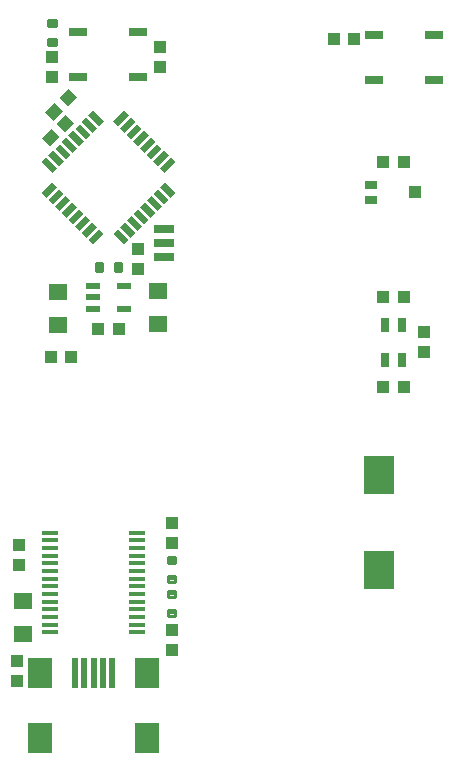
<source format=gtp>
G75*
G70*
%OFA0B0*%
%FSLAX24Y24*%
%IPPOS*%
%LPD*%
%AMOC8*
5,1,8,0,0,1.08239X$1,22.5*
%
%ADD10R,0.0394X0.0433*%
%ADD11R,0.0630X0.0551*%
%ADD12R,0.0433X0.0394*%
%ADD13C,0.0110*%
%ADD14R,0.0600X0.0300*%
%ADD15R,0.0472X0.0217*%
%ADD16R,0.0669X0.0276*%
%ADD17R,0.0500X0.0220*%
%ADD18R,0.0220X0.0500*%
%ADD19R,0.0197X0.0984*%
%ADD20R,0.0787X0.0984*%
%ADD21R,0.0550X0.0137*%
%ADD22R,0.0276X0.0472*%
%ADD23R,0.0984X0.1260*%
%ADD24R,0.0433X0.0315*%
D10*
X000750Y003178D03*
X000750Y003847D03*
X000810Y007028D03*
X000810Y007697D03*
X005910Y007778D03*
X005910Y008447D03*
X005910Y004867D03*
X005910Y004198D03*
X004790Y016918D03*
X004790Y017587D03*
X001940Y023308D03*
X001940Y023977D03*
X005540Y024297D03*
X005540Y023628D03*
X014310Y014797D03*
X014310Y014128D03*
D11*
X005460Y015062D03*
X005460Y016164D03*
X002130Y016144D03*
X002130Y015042D03*
X000970Y005834D03*
X000970Y004732D03*
D12*
X001885Y013983D03*
X002555Y013983D03*
X003475Y014913D03*
X004145Y014913D03*
G36*
X002178Y021309D02*
X001873Y021004D01*
X001594Y021283D01*
X001899Y021588D01*
X002178Y021309D01*
G37*
G36*
X002652Y021782D02*
X002347Y021477D01*
X002068Y021756D01*
X002373Y022061D01*
X002652Y021782D01*
G37*
G36*
X002753Y022637D02*
X002448Y022332D01*
X002169Y022611D01*
X002474Y022916D01*
X002753Y022637D01*
G37*
G36*
X002280Y022163D02*
X001975Y021858D01*
X001696Y022137D01*
X002001Y022442D01*
X002280Y022163D01*
G37*
X011335Y024583D03*
X012005Y024583D03*
X012975Y020463D03*
X013645Y020463D03*
X014042Y019467D03*
X013645Y015963D03*
X012975Y015963D03*
X012975Y012963D03*
X013645Y012963D03*
D13*
X006042Y007320D02*
X005778Y007320D01*
X006042Y007320D02*
X006042Y007116D01*
X005778Y007116D01*
X005778Y007320D01*
X005778Y007225D02*
X006042Y007225D01*
X006042Y006690D02*
X005778Y006690D01*
X006042Y006690D02*
X006042Y006486D01*
X005778Y006486D01*
X005778Y006690D01*
X005778Y006595D02*
X006042Y006595D01*
X006042Y005986D02*
X005778Y005986D01*
X005778Y006190D01*
X006042Y006190D01*
X006042Y005986D01*
X006042Y006095D02*
X005778Y006095D01*
X005778Y005356D02*
X006042Y005356D01*
X005778Y005356D02*
X005778Y005560D01*
X006042Y005560D01*
X006042Y005356D01*
X006042Y005465D02*
X005778Y005465D01*
X004217Y016831D02*
X004217Y017095D01*
X004217Y016831D02*
X004013Y016831D01*
X004013Y017095D01*
X004217Y017095D01*
X004217Y016940D02*
X004013Y016940D01*
X004013Y017049D02*
X004217Y017049D01*
X003587Y017095D02*
X003587Y016831D01*
X003383Y016831D01*
X003383Y017095D01*
X003587Y017095D01*
X003587Y016940D02*
X003383Y016940D01*
X003383Y017049D02*
X003587Y017049D01*
X002072Y024376D02*
X001808Y024376D01*
X001808Y024580D01*
X002072Y024580D01*
X002072Y024376D01*
X002072Y024485D02*
X001808Y024485D01*
X001808Y025006D02*
X002072Y025006D01*
X001808Y025006D02*
X001808Y025210D01*
X002072Y025210D01*
X002072Y025006D01*
X002072Y025115D02*
X001808Y025115D01*
D14*
X002800Y024813D03*
X002800Y023313D03*
X004800Y023313D03*
X004800Y024813D03*
X012670Y024713D03*
X012670Y023213D03*
X014670Y023213D03*
X014670Y024713D03*
D15*
X004322Y016337D03*
X004322Y015589D03*
X003298Y015589D03*
X003298Y015963D03*
X003298Y016337D03*
D16*
X005667Y017315D03*
X005667Y017787D03*
X005667Y018260D03*
D17*
G36*
X005018Y019133D02*
X005370Y018781D01*
X005214Y018625D01*
X004862Y018977D01*
X005018Y019133D01*
G37*
G36*
X005241Y019356D02*
X005593Y019004D01*
X005437Y018848D01*
X005085Y019200D01*
X005241Y019356D01*
G37*
G36*
X005464Y019579D02*
X005816Y019227D01*
X005660Y019071D01*
X005308Y019423D01*
X005464Y019579D01*
G37*
G36*
X005686Y019801D02*
X006038Y019449D01*
X005882Y019293D01*
X005530Y019645D01*
X005686Y019801D01*
G37*
G36*
X004796Y018910D02*
X005148Y018558D01*
X004992Y018402D01*
X004640Y018754D01*
X004796Y018910D01*
G37*
G36*
X004573Y018688D02*
X004925Y018336D01*
X004769Y018180D01*
X004417Y018532D01*
X004573Y018688D01*
G37*
G36*
X004350Y018465D02*
X004702Y018113D01*
X004546Y017957D01*
X004194Y018309D01*
X004350Y018465D01*
G37*
G36*
X004128Y018242D02*
X004480Y017890D01*
X004324Y017734D01*
X003972Y018086D01*
X004128Y018242D01*
G37*
G36*
X002183Y021078D02*
X002535Y020726D01*
X002379Y020570D01*
X002027Y020922D01*
X002183Y021078D01*
G37*
G36*
X002406Y021300D02*
X002758Y020948D01*
X002602Y020792D01*
X002250Y021144D01*
X002406Y021300D01*
G37*
G36*
X002628Y021523D02*
X002980Y021171D01*
X002824Y021015D01*
X002472Y021367D01*
X002628Y021523D01*
G37*
G36*
X002851Y021746D02*
X003203Y021394D01*
X003047Y021238D01*
X002695Y021590D01*
X002851Y021746D01*
G37*
G36*
X003074Y021969D02*
X003426Y021617D01*
X003270Y021461D01*
X002918Y021813D01*
X003074Y021969D01*
G37*
G36*
X003296Y022191D02*
X003648Y021839D01*
X003492Y021683D01*
X003140Y022035D01*
X003296Y022191D01*
G37*
G36*
X001960Y020855D02*
X002312Y020503D01*
X002156Y020347D01*
X001804Y020699D01*
X001960Y020855D01*
G37*
G36*
X001738Y020632D02*
X002090Y020280D01*
X001934Y020124D01*
X001582Y020476D01*
X001738Y020632D01*
G37*
D18*
G36*
X001934Y019801D02*
X002090Y019645D01*
X001738Y019293D01*
X001582Y019449D01*
X001934Y019801D01*
G37*
G36*
X002156Y019579D02*
X002312Y019423D01*
X001960Y019071D01*
X001804Y019227D01*
X002156Y019579D01*
G37*
G36*
X002379Y019356D02*
X002535Y019200D01*
X002183Y018848D01*
X002027Y019004D01*
X002379Y019356D01*
G37*
G36*
X002602Y019133D02*
X002758Y018977D01*
X002406Y018625D01*
X002250Y018781D01*
X002602Y019133D01*
G37*
G36*
X002824Y018910D02*
X002980Y018754D01*
X002628Y018402D01*
X002472Y018558D01*
X002824Y018910D01*
G37*
G36*
X003047Y018688D02*
X003203Y018532D01*
X002851Y018180D01*
X002695Y018336D01*
X003047Y018688D01*
G37*
G36*
X003270Y018465D02*
X003426Y018309D01*
X003074Y017957D01*
X002918Y018113D01*
X003270Y018465D01*
G37*
G36*
X003492Y018242D02*
X003648Y018086D01*
X003296Y017734D01*
X003140Y017890D01*
X003492Y018242D01*
G37*
G36*
X005437Y021078D02*
X005593Y020922D01*
X005241Y020570D01*
X005085Y020726D01*
X005437Y021078D01*
G37*
G36*
X005214Y021300D02*
X005370Y021144D01*
X005018Y020792D01*
X004862Y020948D01*
X005214Y021300D01*
G37*
G36*
X004992Y021523D02*
X005148Y021367D01*
X004796Y021015D01*
X004640Y021171D01*
X004992Y021523D01*
G37*
G36*
X004769Y021746D02*
X004925Y021590D01*
X004573Y021238D01*
X004417Y021394D01*
X004769Y021746D01*
G37*
G36*
X004546Y021969D02*
X004702Y021813D01*
X004350Y021461D01*
X004194Y021617D01*
X004546Y021969D01*
G37*
G36*
X004324Y022191D02*
X004480Y022035D01*
X004128Y021683D01*
X003972Y021839D01*
X004324Y022191D01*
G37*
G36*
X005660Y020855D02*
X005816Y020699D01*
X005464Y020347D01*
X005308Y020503D01*
X005660Y020855D01*
G37*
G36*
X005882Y020632D02*
X006038Y020476D01*
X005686Y020124D01*
X005530Y020280D01*
X005882Y020632D01*
G37*
D19*
X003940Y003447D03*
X003625Y003447D03*
X003310Y003447D03*
X002995Y003447D03*
X002680Y003447D03*
D20*
X001538Y001282D03*
X001538Y003447D03*
X005082Y003447D03*
X005082Y001282D03*
D21*
X004749Y004799D03*
X004749Y005055D03*
X004749Y005311D03*
X004749Y005567D03*
X004749Y005823D03*
X004749Y006079D03*
X004749Y006335D03*
X004749Y006591D03*
X004749Y006847D03*
X004749Y007103D03*
X004749Y007359D03*
X004749Y007614D03*
X004749Y007870D03*
X004749Y008126D03*
X001871Y008126D03*
X001871Y007870D03*
X001871Y007614D03*
X001871Y007359D03*
X001871Y007103D03*
X001871Y006847D03*
X001871Y006591D03*
X001871Y006335D03*
X001871Y006079D03*
X001871Y005823D03*
X001871Y005567D03*
X001871Y005311D03*
X001871Y005055D03*
X001871Y004799D03*
D22*
X013034Y013872D03*
X013586Y013872D03*
X013586Y015053D03*
X013034Y015053D03*
D23*
X012810Y010038D03*
X012810Y006888D03*
D24*
X012574Y019207D03*
X012574Y019719D03*
M02*

</source>
